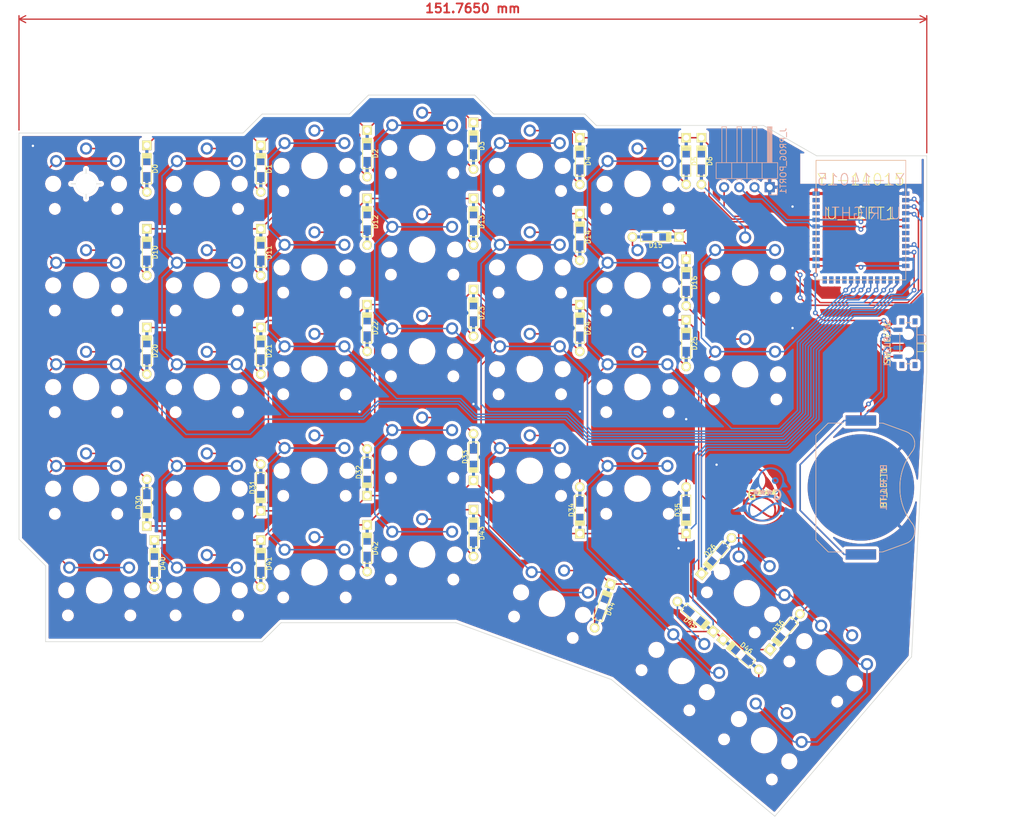
<source format=kicad_pcb>
(kicad_pcb (version 20211014) (generator pcbnew)
  (layers (0 "F.Cu" signal) (31 "B.Cu" signal) (34 "B.Paste" user) (35 "F.Paste" user) (36 "B.SilkS" user "B.Silkscreen") (37 "F.SilkS" user "F.Silkscreen") (38 "B.Mask" user) (39 "F.Mask" user) (44 "Edge.Cuts" user))
  (net 0 "")
  (net 1 "GND")
  (net 2 "VCC")
  (net 3 "Net-(D36-Pad2)")
  (net 4 "Net-(D40-Pad2)")
  (net 5 "Net-(D41-Pad2)")
  (net 6 "Net-(D42-Pad2)")
  (net 7 "Net-(D43-Pad2)")
  (net 8 "Net-(D44-Pad2)")
  (net 9 "Net-(D45-Pad2)")
  (net 10 "Net-(D46-Pad2)")
  (net 11 "Net-(BT_LEFT1-Pad1)")
  (net 12 "Net-(BT_RIGHT1-Pad1)")
  (net 13 "row0")
  (net 14 "Net-(D0-Pad2)")
  (net 15 "Net-(D1-Pad2)")
  (net 16 "Net-(D2-Pad2)")
  (net 17 "Net-(D3-Pad2)")
  (net 18 "Net-(D4-Pad2)")
  (net 19 "Net-(D5-Pad2)")
  (net 20 "Net-(D6-Pad2)")
  (net 21 "row1")
  (net 22 "Net-(D10-Pad2)")
  (net 23 "Net-(D11-Pad2)")
  (net 24 "Net-(D12-Pad2)")
  (net 25 "Net-(D13-Pad2)")
  (net 26 "Net-(D14-Pad2)")
  (net 27 "Net-(D15-Pad2)")
  (net 28 "Net-(D16-Pad2)")
  (net 29 "row2")
  (net 30 "Net-(D20-Pad2)")
  (net 31 "Net-(D21-Pad2)")
  (net 32 "Net-(D22-Pad2)")
  (net 33 "Net-(D23-Pad2)")
  (net 34 "Net-(D24-Pad2)")
  (net 35 "Net-(D25-Pad2)")
  (net 36 "Net-(D26-Pad2)")
  (net 37 "row3")
  (net 38 "Net-(D30-Pad2)")
  (net 39 "Net-(D31-Pad2)")
  (net 40 "Net-(D32-Pad2)")
  (net 41 "Net-(D33-Pad2)")
  (net 42 "Net-(D34-Pad2)")
  (net 43 "Net-(D35-Pad2)")
  (net 44 "row4")
  (net 45 "SWCLK")
  (net 46 "SWDIO")
  (net 47 "col0")
  (net 48 "col1")
  (net 49 "col2")
  (net 50 "col3")
  (net 51 "col4")
  (net 52 "col5")
  (net 53 "col6")
  (footprint "gurt-portable:Choc_PG1350_Choc_Spacing_Reversible" (layer "F.Cu") (at 146.975546 142.063808 140)
    (fp_text reference "K45" hide)
    (fp_text value "KEYSW" hide)
  )
  (footprint "gurt-portable:Choc_PG1350_Choc_Spacing_Reversible" (layer "F.Cu") (at 103.5975 105.5644 180)
    (fp_text reference "K33" hide)
    (fp_text value "KEYSW" hide)
  )
  (footprint "gurt-portable:Choc_PG1350_Choc_Spacing_Reversible" (layer "F.Cu") (at 103.5975 54.5644 180)
    (fp_text reference "K3" hide)
    (fp_text value "KEYSW" hide)
  )
  (footprint "Keebio-Parts:Diode-dual" (layer "F.Cu") (at 112.18 118.9844 90)
    (fp_text reference "D43")
    (fp_text value "D" hide)
  )
  (footprint "Keebio-Parts:Diode-dual" (layer "F.Cu") (at 129.96 69.4544 90)
    (fp_text reference "D14")
    (fp_text value "D" hide)
  )
  (footprint "gurt-portable:Choc_PG1350_Choc_Spacing_Reversible" (layer "F.Cu") (at 67.5975 77.5644 180)
    (fp_text reference "K11" hide)
    (fp_text value "KEYSW" hide)
  )
  (footprint "gurt-portable:Choc_PG1350_Choc_Spacing_Reversible" (layer "F.Cu") (at 139.5975 77.5644 180)
    (fp_text reference "K15" hide)
    (fp_text value "KEYSW" hide)
  )
  (footprint "PENGUINOX-footprints:PENGUINOX-LOGO-BOTTOM" (layer "F.Cu") (at 160.44 112.6344)
    (fp_text reference "G***")
    (fp_text value "LOGO" hide)
  )
  (footprint "gurt-portable:Choc_PG1350_Choc_Spacing_Reversible" (layer "F.Cu") (at 103.5975 88.5644 180)
    (fp_text reference "K23" hide)
    (fp_text value "KEYSW" hide)
  )
  (footprint "Keebio-Parts:Diode-dual" (layer "F.Cu") (at 147.74 56.7544 90)
    (fp_text reference "D5")
    (fp_text value "D" hide)
  )
  (footprint "Keebio-Parts:Diode-dual" (layer "F.Cu") (at 94.4 84.6744 90)
    (fp_text reference "D22")
    (fp_text value "D" hide)
  )
  (footprint "gurt-portable:Choc_PG1350_Choc_Spacing_Reversible" (layer "F.Cu") (at 103.5975 122.5644 180)
    (fp_text reference "K43" hide)
    (fp_text value "KEYSW" hide)
  )
  (footprint "Keebio-Parts:Diode-dual" (layer "F.Cu") (at 57.57 113.9044 -90)
    (fp_text reference "D30")
    (fp_text value "D" hide)
  )
  (footprint "Keebio-Parts:Diode-dual" (layer "F.Cu") (at 129.96 84.6944 90)
    (fp_text reference "D24")
    (fp_text value "D" hide)
  )
  (footprint "Keebio-Parts:Diode-dual" (layer "F.Cu") (at 76.62 111.3644 -90)
    (fp_text reference "D31")
    (fp_text value "D" hide)
  )
  (footprint "Keebio-Parts:Diode-dual" (layer "F.Cu") (at 94.4 121.5244 90)
    (fp_text reference "D42")
    (fp_text value "D" hide)
  )
  (footprint "Keebio-Parts:Diode-dual" (layer "F.Cu") (at 58.84 124.0644 90)
    (fp_text reference "D40")
    (fp_text value "D" hide)
  )
  (footprint "gurt-portable:Choc_PG1350_Choc_Spacing_Reversible" (layer "F.Cu") (at 121.5975 74.5644 180)
    (fp_text reference "K14" hide)
    (fp_text value "KEYSW" hide)
  )
  (footprint "Keebio-Parts:Diode-dual" (layer "F.Cu") (at 57.57 71.9944 90)
    (fp_text reference "D10")
    (fp_text value "D" hide)
  )
  (footprint "Keebio-Parts:Diode-dual" (layer "F.Cu") (at 112.18 54.2144 90)
    (fp_text reference "D3")
    (fp_text value "D" hide)
  )
  (footprint "Keebio-Parts:Diode-dual" (layer "F.Cu") (at 156.884 139.3044 140)
    (fp_text reference "D46")
    (fp_text value "D" hide)
  )
  (footprint "gurt-portable:Choc_PG1350_Choc_Spacing_Reversible" (layer "F.Cu") (at 47.41 60.5644 180)
    (fp_text reference "K0" hide)
    (fp_text value "KEYSW" hide)
  )
  (footprint "Keebio-Parts:Diode-dual" (layer "F.Cu") (at 129.96 115.1744 -90)
    (fp_text reference "D34")
    (fp_text value "D" hide)
  )
  (footprint "gurt-portable:BatteryHolder_Keystone_3034_1x20mm_bigger_pads" (layer "F.Cu") (at 176.95 111.3644 90)
    (fp_text reference "BT_LEFT1")
    (fp_text value "Battery_Cell")
  )
  (footprint "gurt-portable:Choc_PG1350_Choc_Spacing_Reversible" (layer "F.Cu") (at 47.41 77.5644 180)
    (fp_text reference "K10" hide)
    (fp_text value "KEYSW" hide)
  )
  (footprint "Keebio-Parts:Diode-dual" (layer "F.Cu") (at 76.62 124.0644 90)
    (fp_text reference "D41")
    (fp_text value "D" hide)
  )
  (footprint "gurt-portable:Choc_PG1350_Choc_Spacing_Reversible" (layer "F.Cu") (at 85.5975 125.5644 180)
    (fp_text reference "K42" hide)
    (fp_text value "KEYSW" hide)
  )
  (footprint "Keebio-Parts:Diode-dual" (layer "F.Cu") (at 57.57 88.5044 90)
    (fp_text reference "D20")
    (fp_text value "D" hide)
  )
  (footprint "Keebio-Parts:Diode-dual" (layer "F.Cu") (at 147.74 87.2344 90)
    (fp_text reference "D25")
    (fp_text value "D" hide)
  )
  (footprint "Keebio-Parts:Diode-dual" (layer "F.Cu") (at 150.28 56.7544 90)
    (fp_text reference "D6")
    (fp_text value "D" hide)
  )
  (footprint "gurt-portable:Choc_PG1350_Choc_Spacing_Reversible" (layer "F.Cu") (at 67.5975 60.5644 180)
    (fp_text reference "K1" hide)
    (fp_text value "KEYSW" hide)
  )
  (footprint "gurt-portable:Choc_PG1350_Choc_Spacing_Reversible" (layer "F.Cu") (at 85.5975 74.5644 180)
    (fp_text reference "K12" hide)
    (fp_text value "KEYSW" hide)
  )
  (footprint "Keebio-Parts:Diode-dual" (layer "F.Cu") (at 76.62 58.0244 90)
    (fp_text reference "D1")
    (fp_text value "D" hide)
  )
  (footprint "Keebio-Parts:Diode-dual" (layer "F.Cu") (at 142.66 69.4544)
    (fp_text reference "D15")
    (fp_text value "D" hide)
  )
  (footprint "gurt-portable:Choc_PG1350_Choc_Spacing_Reversible" (layer "F.Cu") (at 67.5975 111.5644 180)
    (fp_text reference "K31" hide)
    (fp_text value "KEYSW" hide)
  )
  (footprint "gurt-portable:Choc_PG1350_Choc_Spacing_Reversible" (layer "F.Cu") (at 157.902935 129.041052 140)
    (fp_text reference "K26" hide)
    (fp_text value "KEYSW" hide)
  )
  (footprint "Keebio-Parts:Diode-dual" (layer "F.Cu") (at 112.18 106.2844 -90)
    (fp_text reference "D33")
    (fp_text value "D" hide)
  )
  (footprint "gurt-portable:Choc_PG1350_Choc_Spacing_Reversible" (layer "F.Cu") (at 139.5975 111.5644 180)
    (fp_text reference "K35" hide)
    (fp_text value "KEYSW" hide)
  )
  (footprint "gurt-portable:Choc_PG1350_Choc_Spacing_Reversible" (layer "F.Cu") (at 67.5975 128.5644 180)
    (fp_text reference "K41" hide)
    (fp_text value "KEYSW" hide)
  )
  (footprint "Keebio-Parts:Diode-dual" (layer "F.Cu") (at 76.62 88.5044 90)
    (fp_text reference "D21")
    (fp_text value "D" hide)
  )
  (footprint "gurt-portable:Choc_PG1350_Choc_Spacing_Reversible" (layer "F.Cu") (at 121.5975 91.5644 180)
    (fp_text reference "K24" hide)
    (fp_text value "KEYSW" hide)
  )
  (footprint "gurt-portable:Choc_PG1350_Choc_Spacing_Reversible" (layer "F.Cu") (at 47.41 94.5644 180)
    (fp_text reference "K20" hide)
    (fp_text value "KEYSW" hide)
  )
  (footprint "Keebio-Parts:Diode-dual" (layer "F.Cu") (at 147.74 115.1744 -90)
    (fp_text reference "D35")
    (fp_text value "D" hide)
  )
  (footprint "gurt-portable:Choc_PG1350_Choc_Spacing_Reversible" (layer "F.Cu") (at 85.5975 57.5644 180)
    (fp_text reference "K2" hide)
    (fp_text value "KEYSW" hide)
  )
  (footprint "Keebio-Parts:Diode-dual" (layer "F.Cu") (at 149.264 132.9544 -40)
    (fp_text reference "D45")
    (fp_text value "D" hide)
  )
  (footprint "gurt-portable:Choc_PG1350_Choc_Spacing_Reversible" (layer "F.Cu") (at 157.5975 75.4394 180)
    (fp_text reference "K6" hide)
    (fp_text value "KEYSW" hide)
  )
  (footprint "gurt-portable:Choc_PG1350_Choc_Spacing_Reversible" (layer "F.Cu") (at 67.5975 94.5644 180)
    (fp_text reference "K21" hide)
    (fp_text value "KEYSW" hide)
  )
  (footprint "gurt-portable:Choc_PG1350_Choc_Spacing_Reversible" (layer "F.Cu") (at 121.5975 108.5644 180)
    (fp_text reference "K34" hide)
    (fp_text value "KEYSW" hide)
  )
  (footprint "Keebio-Parts:Diode-dual" (layer "F.Cu") (at 94.4 108.8244 -90)
    (fp_text reference "D32")
    (fp_text value "D" hide)
  )
  (footprint "Button_Switch_SMD:SW_SPDT_PCM12" (layer "F.Cu") (at 184.57 87.2344 90)
    (fp_text reference "SW_LEFT1")
    (fp_text value "SW_SPDT")
  )
  (footprint "Keebio-Parts:Diode-dual" (layer "F.Cu") (at 94.4 66.9144 90)
    (fp_text reference "D12")
    (fp_text value "D" hide)
  )
  (footprint "Keebio-Parts:Diode-dual" (layer "F.Cu") (at 94.4 55.4844 90)
    (fp_text reference "D2")
    (fp_text value "D" hide)
  )
  (footprint "Keebio-Parts:Diode-dual" (layer "F.Cu") (at 129.96 56.7544 90)
    (fp_text reference "D4")
    (fp_text value "D" hide)
  )
  (footprint "Keebio-Parts:Diode-dual" (layer "F.Cu") (at 112.18 66.9144 90)
    (fp_text reference "D13")
    (fp_text value "D" hide)
  )
  (footprint "gurt-portable:Choc_PG1350_Choc_Spacing_Reversible" (layer "F.Cu") (at 85.5975 108.5644 180)
    (fp_text reference "K32" hide)
    (fp_text value "KEYSW" hide)
  )
  (footprint "gurt-portable:Choc_PG1350_Choc_Spacing_Reversible" (layer "F.Cu") (at 121.5975 57.5644 180)
    (fp_text reference "K4" hide)
    (fp_text value "KEYSW" hide)
  )
  (footprint "gurt-portable:Choc_PG1350_Choc_Spacing_Reversible" (layer "F.Cu") (at 47.41 111.5644 180)
    (fp_text reference "K30" hide)
    (fp_text value "KEYSW" hide)
  )
  (footprint "Keebio-Parts:Diode-dual" (layer "F.Cu") (at 147.74 77.0744 90)
    (fp_text reference "D16")
    (fp_text value "D" hide)
  )
  (footprint "gurt-portable:YJ-14015" (layer "F.Cu") (at 176.95 76.63966)
    (fp_text reference "U_LEFT1")
    (fp_text value "YJ-14015")
  )
  (footprint "gurt-portable:Choc_PG1350_Choc_Spacing_Reversible" (layer "F.Cu") (at 139.5975 94.5644 180)
    (fp_text reference "K25" hide)
    (fp_text value "KEYSW" hide)
  )
  (footprint "gurt-portable:Choc_PG1350_Choc_Spacing_Reversible" (layer "F.Cu") (at 171.691735 140.611229 140)
    (fp_text reference "K36" hide)
    (fp_text value "KEYSW" hide)
  )
  (footprint "gurt-portable:Choc_PG1350_Choc_Spacing_Reversible" (layer "F.Cu") (at 139.5975 60.5644 180)
    (fp_text reference "K5" hide)
    (fp_text value "KEYSW" hide)
  )
  (footprint "gurt-portable:Choc_PG1350_Choc_Spacing_Reversible" (layer "F.Cu") (at 157.5975 92.4394 180)
    (fp_text reference "K16" hide)
    (fp_text value "KEYSW" hide)
  )
  (footprint "gurt-portable:Choc_PG1350_Choc_Spacing_Reversible" (layer "F.Cu") (at 103.5975 71.5644 180)
    (fp_text reference "K13" hide)
    (fp_text value "KEYSW" hide)
  )
  (footprint "PENGUINOX-footprints:PENGUINOX-LOGO-FRONT" (layer "F.Cu") (at 160.44 112.6344)
    (fp_text reference "G***")
    (fp_text value "LOGO" hide)
  )
  (footprint "Keebio-Parts:Diode-dual" (layer "F.Cu") (at 57.57 58.0244 90)
    (fp_text reference "D0")
    (fp_text value "D" hide)
  )
  (footprint "Keebio-Parts:Diode-dual" (layer "F.Cu") (at 164.25 135.4944 -130)
    (fp_text reference "D36")
    (fp_text value "D" hide)
  )
  (footprint "Keebio-Parts:Diode-dual" (layer "F.Cu") (at 152.82 122.7944 -130)
    (fp_text reference "D26")
    (fp_text value "D" hide)
  )
  (footprint "gurt-portable:Choc_PG1350_Choc_Spacing_Reversible" (layer "F.Cu") (at 125.307184 130.799454 160)
    (fp_text reference "K44" hide)
    (fp_text value "KEYSW" hide)
  )
  (footprint "Keebio-Parts:Diode-dual" (layer "F.Cu") (at 112.18 82.1544 90)
    (fp_text reference "D23")
    (fp_text value "D" hide)
  )
  (footprint "Keebio-Parts:Diode-dual" (layer "F.Cu") (at 76.62 71.9944 90)
    (fp_text reference "D11")
    (fp_text value "D" hide)
  )
  (footprint "gurt-portable:Choc_PG1350_Choc_Spacing_Reversible" (layer "F.Cu") (at 49.5975 128.5644 180)
    (fp_text reference "K40" hide)
    (fp_text value "KEYSW" hide)
  )
  (footprint "Keebio-Parts:Diode-dual" (layer "F.Cu") (at 133.77 131.1764 70)
    (fp_text reference "D44")
    (fp_text value "D" hide)
  )
  (footprint "gurt-portable:Choc_PG1350_Choc_Spacing_Reversible" (layer "F.Cu") (at 160.764346 153.633985 140)
    (fp_text reference "K46" hide)
    (fp_text value "KEYSW" hide)
  )
  (footprint "gurt-portable:Choc_PG1350_Choc_Spacing_Reversible" (layer "F.Cu") (at 85.5975 91.5644 180)
    (fp_text reference "K22" hide)
    (fp_text value "KEYSW" hide)
  )
  (footprint "gurt-portable:BatteryHolder_Keystone_3034_1x20mm_bigger_pads" (layer "B.Cu") (at 176.95 111.3644 -90)
    (fp_text reference "BT_RIGHT1")
    (fp_text value "Battery_Cell")
  )
  (footprint "Connector_PinHeader_2.54mm:PinHeader_1x04_P2.54mm_Horizontal" (layer "B.Cu") (at 161.7 61.1294 90)
    (fp_text reference "J_PROG_PORT1")
    (fp_text value "Conn_01x04_Male")
  )
  (footprint "Button_Switch_SMD:SW_SPDT_PCM12" (layer "B.Cu") (at 184.57 87.2344 -90)
    (fp_text reference "SW_RIGHT1")
    (fp_text value "SW_SPDT")
  )
  (footprint "gurt-portable:YJ-14015" (layer "B.Cu") (at 176.95 76.63966 180)
    (fp_text reference "U_RIGHT1")
    (fp_text value "YJ-14015")
  )
  (gr_line (start 115.57 48.895) (end 112.395 45.72) (layer "Edge.Cuts") (width 0.1))
  (gr_line (start 132.715 50.8) (end 130.81 48.895) (layer "Edge.Cuts") (width 0.1))
  (gr_line (start 160.655 50.8) (end 132.715 50.8) (layer "Edge.Cuts") (width 0.1))
  (gr_line (start 94.615 45.72) (end 91.44 48.895) (layer "Edge.Cuts") (width 0.1))
  (gr_line (start 91.44 48.895) (end 76.835 48.895) (layer "Edge.Cuts") (width 0.1))
  (gr_line (start 169.545 55.88) (end 160.655 50.8) (layer "Edge.Cuts") (width 0.1))
  (gr_line (start 40.64 124.46) (end 40.64 137.16) (layer "Edge.Cuts") (width 0.1))
  (gr_line (start 162.56 166.37) (end 185.42 139.7) (layer "Edge.Cuts") (width 0.1))
  (gr_line (start 73.66 52.07) (end 36.195 52.07) (layer "Edge.Cuts") (width 0.1))
  (gr_line (start 130.81 48.895) (end 115.57 48.895) (layer "Edge.Cuts") (width 0.1))
  (gr_line (start 185.42 139.7) (end 187.96 92.075) (layer "Edge.Cuts") (width 0.1))
  (gr_line (start 112.395 45.72) (end 94.615 45.72) (layer "Edge.Cuts") (width 0.1))
  (gr_line (start 187.96 55.88) (end 169.545 55.88) (layer "Edge.Cuts") (width 0.1))
  (gr_line (start 36.195 52.07) (end 36.195 120.015) (layer "Edge.Cuts") (width 0.1))
  (gr_line (start 36.195 120.015) (end 40.64 124.46) (layer "Edge.Cuts") (width 0.1))
  (gr_line (start 187.96 92.075) (end 187.96 55.88) (layer "Edge.Cuts") (width 0.1))
  (gr_line (start 76.835 137.16) (end 80.01 133.985) (layer "Edge.Cuts") (width 0.1))
  (gr_line (start 76.835 48.895) (end 73.66 52.07) (layer "Edge.Cuts") (width 0.1))
  (gr_line (start 80.01 133.985) (end 109.22 133.985) (layer "Edge.Cuts") (width 0.1))
  (gr_line (start 40.64 137.16) (end 76.835 137.16) (layer "Edge.Cuts") (width 0.1))
  (gr_line (start 109.22 133.985) (end 135.255 143.51) (layer "Edge.Cuts") (width 0.1))
  (gr_line (start 135.255 143.51) (end 162.56 166.37) (layer "Edge.Cuts") (width 0.1))
  (dimension (type orthogonal) (layer "F.Cu") (pts (xy 36.195 52.07) (xy 187.96 55.88)) (height -19.05) (orientation 0) (gr_text "151,7650 мм" (at 112.0775 31.22) (layer "F.Cu") (effects (font (size 1.5 1.5) (thickness 0.3)))) (format (units 3) (units_format 1) (precision 4)) (style (thickness 0.2) (arrow_length 1.27) (text_position_mode 0) (extension_height 0.58642) (extension_offset 0.5) keep_text_aligned))
  (target plus (at 47.41 60.5644) (size 5) (width 0.1) (layer "Edge.Cuts"))
  (via (at 112.18 97.3944) (size 0.8) (drill 0.4) (layers "F.Cu" "B.Cu") (net 1))
  (via (at 93.13 98.6644) (size 0.8) (drill 0.4) (layers "F.Cu" "B.Cu") (net 1))
  (via (at 147.74 99.9344) (size 0.8) (drill 0.4) (layers "F.Cu" "B.Cu") (net 1))
  (via (at 38.52 54.2144) (size 0.8) (drill 0.4) (layers "F.Cu" "B.Cu") (net 1))
  (via (at 165.52 64.3744) (size 0.8) (drill 0.4) (layers "F.Cu" "B.Cu") (net 1))
  (via (at 152.82 107.5544) (size 0.8) (drill 0.4) (layers "F.Cu" "B.Cu") (net 1))
  (via (at 176.95 64.3744) (size 0.8) (drill 0.4) (layers "F.Cu" "B.Cu") (net 1))
  (via (at 129.96 98.6644) (size 0.8) (drill 0.4) (layers "F.Cu" "B.Cu") (net 1))
  (via (at 165.52 84.6944) (size 0.8) (drill 0.4) (layers "F.Cu" "B.Cu") (net 1))
  (via (at 146.47 121.5244) (size 0.8) (drill 0.4) (layers "F.Cu" "B.Cu") (net 1))
  (segment (start 179.49 87.2344) (end 181.74 89.4844) (width 0.25) (layer "F.Cu") (net 2))
  (segment (start 181.74 89.4844) (end 183.14 89.4844) (width 0.25) (layer "F.Cu") (net 2))
  (segment (start 154.08 64.490004) (end 154.08 61.1294) (width 0.25) (layer "F.Cu") (net 2))
  (segment (start 180.76 83.4244) (end 179.49 84.6944) (width 0.25) (layer "F.Cu") (net 2))
  (segment (start 166.42 70.351608) (end 162.082792 66.0144) (width 0.25) (layer "F.Cu") (net 2))
  (segment (start 170.6 83.4244) (end 169.33 82.1544) (width 0.25) (layer "F.Cu") (net 2))
  (segment (start 169.33 75.8044) (end 169.45192 75.68248) (width 0.25) (layer "F.Cu") (net 2))
  (segment (start 166.42 74.1644) (end 166.42 70.351608) (width 0.25) (layer "F.Cu") (net 2))
  (segment (start 162.082792 66.0144) (end 155.604396 66.0144) (width 0.25) (layer "F.Cu") (net 2))
  (segment (start 168.06 75.8044) (end 166.42 74.1644) (width 0.25) (layer "F.Cu") (net 2))
  (segment (start 176.95 74.5344) (end 176.70576 74.29016) (width 0.25) (layer "F.Cu") (net 2))
  (segment (start 180.76 83.4244) (end 170.6 83.4244) (width 0.25) (layer "F.Cu") (net 2))
  (segment (start 169.33 75.8044) (end 168.06 75.8044) (width 0.25) (layer "F.Cu") (net 2))
  (segment (start 176.70576 74.29016) (end 169.45192 74.29016) (width 0.25) (layer "F.Cu") (net 2))
  (segment (start 179.49 84.6944) (end 179.49 87.2344) (width 0.25) (layer "F.Cu") (net 2))
  (segment (start 169.45192 75.68248) (end 169.45192 74.29016) (width 0.25) (layer "F.Cu") (net 2))
  (segment (start 155.604396 66.0144) (end 154.08 64.490004) (width 0.25) (layer "F.Cu") (net 2))
  (via (at 169.33 75.8044) (size 0.8) (drill 0.4) (layers "F.Cu" "B.Cu") (net 2))
  (via (at 176.95 74.5344) (size 0.8) (drill 0.4) (layers "F.Cu" "B.Cu") (net 2))
  (via (at 169.33 82.1544) (size 0.8) (drill 0.4) (layers "F.Cu" "B.Cu") (net 2))
  (via (at 180.76 83.4244) (size 0.8) (drill 0.4) (layers "F.Cu" "B.Cu") (net 2))
  (segment (start 182.32 84.9844) (end 183.14 84.9844) (width 0.25) (layer "B.Cu") (net 2))
  (segment (start 177.19424 74.29016) (end 184.44808 74.29016) (width 0.25) (layer "B.Cu") (net 2))
  (segment (start 180.76 83.4244) (end 182.32 84.9844) (width 0.25) (layer "B.Cu") (net 2))
  (segment (start 176.95 74.5344) (end 177.19424 74.29016) (width 0.25) (layer "B.Cu") (net 2))
  (segment (start 169.33 82.1544) (end 169.33 75.8044) (width 0.25) (layer "B.Cu") (net 2))
  (segment (start 166.756872 132.506827) (end 168.849299 130.4144) (width 0.25) (layer "F.Cu") (net 3))
  (segment (start 169.807015 130.4144) (end 175.484182 136.091567) (width 0.25) (layer "F.Cu") (net 3))
  (segment (start 168.849299 130.4144) (end 169.807015 130.4144) (width 0.25) (layer "F.Cu") (net 3))
  (segment (start 56.805 122.6644) (end 57.57 123.4294) (width 0.25) (layer "F.Cu") (net 4))
  (segment (start 57.57 126.6944) (end 58.84 127.9644) (width 0.25) (layer "F.Cu") (net 4))
  (segment (start 57.57 123.4294) (end 57.57 126.6944) (width 0.25) (layer "F.Cu") (net 4))
  (segment (start 49.5975 122.6644) (end 56.805 122.6644) (width 0.25) (layer "F.Cu") (net 4))
  (segment (start 75.35 126.6944) (end 76.62 127.9644) (width 0.25) (layer "F.Cu") (net 5))
  (segment (start 74.44198 122.6644) (end 75.35 123.57242) (width 0.25) (layer "F.Cu") (net 5))
  (segment (start 67.5975 122.6644) (end 74.44198 122.6644) (width 0.25) (layer "F.Cu") (net 5))
  (segment (start 75.35 123.57242) (end 75.35 126.6944) (width 0.25) (layer "F.Cu") (net 5))
  (segment (start 93.13 120.2344) (end 92.56 119.6644) (width 0.25) (layer "F.Cu") (net 6))
  (segment (start 93.13 120.2344) (end 93.13 124.1544) (width 0.25) (layer "F.Cu") (net 6))
  (segment (start 93.13 124.1544) (end 94.4 125.4244) (width 0.25) (layer "F.Cu") (net 6))
  (segment (start 92.56 119.6644) (end 85.5975 119.6644) (width 0.25) (layer "F.Cu") (net 6))
  (segment (start 103.5975 116.6644) (end 109.86 116.6644) (width 0.25) (layer "F.Cu") (net 7))
  (segment (start 110.91 117.7144) (end 110.91 121.6144) (width 0.25) (layer "F.Cu") (net 7))
  (segment (start 110.91 121.6144) (end 112.18 122.8844) (width 0.25) (layer "F.Cu") (net 7))
  (segment (start 109.86 116.6644) (end 110.91 117.7144) (width 0.25) (layer "F.Cu") (net 7))
  (segment (start 130.818727 125.255268) (end 132.716963 127.153504) (width 0.25) (layer "F.Cu") (net 8))
  (segment (start 127.325103 125.255268) (end 130.818727 125.255268) (width 0.25) (layer "F.Cu") (net 8))
  (segment (start 132.716963 127.153504) (end 132.716963 129.810481) (width 0.25) (layer "F.Cu") (net 8))
  (segment (start 132.436121 130.091323) (end 132.436121 134.841201) (width 0.25) (layer "F.Cu") (net 8))
  (segment (start 132.716963 129.810481) (end 132.436121 130.091323) (width 0.25) (layer "F.Cu") (net 8))
  (segment (start 150.767993 137.544146) (end 146.276427 133.05258) (width 0.25) (layer "B.Cu") (net 9))
  (segment (start 146.276427 133.05258) (end 146.276427 130.447528) (width 0.25) (layer "B.Cu") (net 9))
  (segment (start 159.871573 144.429103) (end 164.556793 149.114323) (width 0.25) (layer "F.Cu") (net 10))
  (segment (start 159.871573 141.811272) (end 159.871573 144.429103) (width 0.25) (layer "F.Cu") (net 10))
  (segment (start 166.79 115.1944) (end 166.79 107.5269) (width 0.25) (layer "F.Cu") (net 11))
  (segment (start 176.95 122.5644) (end 174.16 122.5644) (width 0.25) (layer "F.Cu") (net 11))
  (segment (start 181.28 86.4844) (end 183.14 86.4844) (width 0.25) (layer "F.Cu") (net 11))
  (segment (start 176.95 98.6644) (end 178.22 97.3944) (width 0.25) (layer "F.Cu") (net 11))
  (segment (start 174.16 100.1569) (end 176.95 100.1569) (width 0.25) (layer "F.Cu") (net 11))
  (segment (start 176.95 100.1569) (end 176.95 98.6644) (width 0.25) (layer "F.Cu") (net 11))
  (segment (start 166.79 107.5269) (end 174.16 100.1569) (width 0.25) (layer "F.Cu") (net 11))
  (segment (start 174.16 122.5644) (end 166.79 115.1944) (width 0.25) (layer "F.Cu") (net 11))
  (segment (start 180.76 85.9644) (end 181.28 86.4844) (width 0.25) (layer "F.Cu") (net 11))
  (via (at 180.76 85.9644) (size 0.8) (drill 0.4) (layers "F.Cu" "B.Cu") (net 11))
  (via (at 178.22 97.3944) (size 0.8) (drill 0.4) (layers "F.Cu" "B.Cu") (net 11))
  (segment (start 180.31 86.4144) (end 180.76 85.9644) (width 0.25) (layer "B.Cu") (net 11))
  (segment (start 178.22 97.3944) (end 180.31 95.3044) (width 0.25) (layer "B.Cu") (net 11))
  (segment (start 180.31 95.3044) (end 180.31 86.4144) (width 0.25) (layer "B.Cu") (net 11))
  (segment (start 176.95 99.9344) (end 180.76 96.1244) (width 0.25) (layer "B.Cu") (net 12))
  (segment (start 176.95 122.5719) (end 174.16 122.5719) (width 0.25) (layer "B.Cu") (net 12))
  (segment (start 174.18 100.1644) (end 176.95 100.1644) (width 0.25) (layer "B.Cu") (net 12))
  (segment (start 180.76 96.1244) (end 180.76 88.5044) (width 0.25) (layer "B.Cu") (net 12))
  (segment (start 181.28 87.9844) (end 183.14 87.9844) (width 0.25) (layer "B.Cu") (net 12))
  (segment (start 166.79 107.5544) (end 174.18 100.1644) (width 0.25) (layer "B.Cu") (net 12))
  (segment (start 176.95 100.1644) (end 176.95 99.9344) (width 0.25) (layer "B.Cu") (net 12))
  (segment (start 174.16 122.5719) (end 166.79 115.2019) (width 0.25) (layer "B.Cu") (net 12))
  (segment (start 180.76 88.5044) (end 181.28 87.9844) (width 0.25) (layer "B.Cu") (net 12))
  (segment (start 166.79 115.2019) (end 166.79 107.5544) (width 0.25) (layer "B.Cu") (net 12))
  (segment (start 58.73 52.9644) (end 75.46 52.9644) (width 0.25) (layer "F.Cu") (net 13))
  (segment (start 151.55 54.1244) (end 150.28 52.8544) (width 0.25) (layer "F.Cu") (net 13))
  (segment (start 185.65244 63.29196) (end 185.84 63.1044) (width 0.25) (layer "F.Cu") (net 13))
  (segment (start 184.44808 63.29196) (end 185.65244 63.29196) (width 0.25) (layer "F.Cu") (net 13))
  (segment (start 127.002 49.8964) (end 129.96 52.8544) (width 0.25) (layer "F.Cu") (net 13))
  (segment (start 187.11 78.736101) (end 187.11 64.3744) (width 0.25) (layer "F.Cu") (net 13))
  (segment (start 99.39 46.5944) (end 108.46 46.5944) (width 0.25) (layer "F.Cu") (net 13))
  (segment (start 92.712 49.8964) (end 94.4 51.5844) (width 0.25) (layer "F.Cu") (net 13))
  (segment (start 165.97 74.9844) (end 165.97 70.538004) (width 0.25) (layer "F.Cu") (net 13))
  (segment (start 108.46 46.5944) (end 112.18 50.3144) (width 0.25) (layer "F.Cu") (net 13))
  (segment (start 166.79 75.8044) (end 165.97 74.9844) (width 0.25) (layer "F.Cu") (net 13))
  (segment (start 57.57 54.1244) (end 58.73 52.9644) (width 0.25) (layer "F.Cu") (net 13))
  (segment (start 165.97 70.538004) (end 161.896396 66.4644) (width 0.25) (layer "F.Cu") (net 13))
  (segment (start 168.06 80.8844) (end 184.961701 80.8844) (width 0.25) (layer "F.Cu") (net 13))
  (segment (start 161.896396 66.4644) (end 155.418 66.4644) (width 0.25) (layer "F.Cu") (net 13))
  (segment (start 166.79 79.6144) (end 168.06 80.8844) (width 0.25) (layer "F.Cu") (net 13))
  (segment (start 94.4 51.5844) (end 99.39 46.5944) (width 0.25) (layer "F.Cu") (net 13))
  (segment (start 112.18 50.3144) (end 112.598 49.8964) (width 0.25) (layer "F.Cu") (net 13))
  (segment (start 187.11 64.3744) (end 185.84 63.1044) (width 0.25) (layer "F.Cu") (net 13))
  (segment (start 80.848 49.8964) (end 92.712 49.8964) (width 0.25) (layer "F.Cu") (net 13))
  (segment (start 155.418 66.4644) (end 151.55 62.5964) (width 0.25) (layer "F.Cu") (net 13))
  (segment (start 112.18 52.450439) (end 112.18 52.9244) (width 0.25) (layer "F.Cu") (net 13))
  (segment (start 129.96 55.230439) (end 129.96 55.4644) (width 0.25) (layer "F.Cu") (net 13))
  (segment (start 75.46 52.9644) (end 76.62 54.1244) (width 0.25) (layer "F.Cu") (net 13))
  (segment (start 184.961701 80.8844) (end 187.11 78.736101) (width 0.25) (layer "F.Cu") (net 13))
  (segment (start 112.598 49.8964) (end 127.002 49.8964) (width 0.25) (layer "F.Cu") (net 13))
  (segment (start 129.96 52.8544) (end 150.28 52.8544) (width 0.25) (layer "F.Cu") (net 13))
  (segment (start 151.55 62.5964) (end 151.55 54.1244) (width 0.25) (layer "F.Cu") (net 13))
  (segment (start 76.62 54.1244) (end 80.848 49.8964) (width 0.25) (layer "F.Cu") (net 13))
  (via (at 166.79 79.6144) (size 0.8) (drill 0.4) (layers "F.Cu" "B.Cu") (net 13))
  (via (at 185.84 63.1044) (size 0.8) (drill 0.4) (layers "F.Cu" "B.Cu") (net 13))
  (via (at 166.79 75.8044) (size 0.8) (drill 0.4) (layers "F.Cu" "B.Cu") (net 13))
  (segment (start 185.65244 63.29196) (end 185.84 63.1044) (width 0.25) (layer "B.Cu") (net 13))
  (segment (start 166.79 79.6144) (end 166.79 75.8044) (width 0.25) (layer "B.Cu") (net 13))
  (segment (start 184.44808 63.29196) (end 185.65244 63.29196) (width 0.25) (layer "B.Cu") (net 13))
  (segment (start 47.41 54.6644) (end 55.5725 54.6644) (width 0.25) (layer "F.Cu") (net 14))
  (segment (start 56.3 55.3919) (end 56.3 60.6544) (width 0.25) (layer "F.Cu") (net 14))
  (segment (start 56.3 60.6544) (end 57.57 61.9244) (width 0.25) (layer "F.Cu") (net 14))
  (segment (start 55.5725 54.6644) (end 56.3 55.3919) (width 0.25) (layer "F.Cu") (net 14))
  (segment (start 75.35 55.4844) (end 75.35 60.6544) (width 0.25) (layer "F.Cu") (net 15))
  (segment (start 74.53 54.6644) (end 75.35 55.4844) (width 0.25) (layer "F.Cu") (net 15))
  (segment (start 67.5975 54.6644) (end 74.53 54.6644) (width 0.25) (layer "F.Cu") (net 15))
  (segment (start 75.35 60.6544) (end 76.62 61.9244) (width 0.25) (layer "F.Cu") (net 15))
  (segment (start 85.5975 51.6644) (end 92.485 51.6644) (width 0.25) (layer "F.Cu") (net 16))
  (segment (start 93.13 58.1144) (end 94.4 59.3844) (width 0.25) (layer "F.Cu") (net 16))
  (segment (start 92.485 51.6644) (end 93.13 52.3094) (width 0.25) (layer "F.Cu") (net 16))
  (segment (start 93.13 52.3094) (end 93.13 58.1144) (width 0.25) (layer "F.Cu") (net 16))
  (segment (start 103.5975 48.6644) (end 109.893604 48.6644) (width 0.25) (layer "F.Cu") (net 17))
  (segment (start 110.91 56.8444) (end 112.18 58.1144) (width 0.25) (layer "F.Cu") (net 17))
  (segment (start 109.893604 48.6644) (end 110.91 49.680796) (width 0.25) (layer "F.Cu") (net 17))
  (segment (start 110.91 49.680796) (end 110.91 56.8444) (width 0.25) (layer "F.Cu") (net 17))
  (segment (start 128.69 59.3844) (end 129.96 60.6544) (width 0.25) (layer "F.Cu") (net 18))
  (segment (start 128.133604 51.6644) (end 128.69 52.220796) (width 0.25) (layer "F.Cu") (net 18))
  (segment (start 128.69 52.220796) (end 128.69 59.3844) (width 0.25) (layer "F.Cu") (net 18))
  (segment (start 121.5975 51.6644) (end 128.133604 51.6644) (width 0.25) (layer "F.Cu") (net 18))
  (segment (start 146.47 59.3844) (end 147.74 60.6544) (width 0.25) (layer "F.Cu") (net 19))
  (segment (start 146.47 55.4844) (end 146.47 59.3844) (width 0.25) (layer "F.Cu") (net 19))
  (segment (start 139.5975 54.6644) (end 145.65 54.6644) (width 0.25) (layer "F.Cu") (net 19))
  (segment (start 145.65 54.6644) (end 146.47 55.4844) (width 0.25) (layer "F.Cu") (net 19))
  (segment (start 157.5975 67.9719) (end 150.28 60.6544) (width 0.25) (layer "B.Cu") (net 20))
  (segment (start 157.5975 69.5394) (end 157.5975 67.9719) (width 0.25) (layer "B.Cu") (net 20))
  (segment (start 146.56 69.4544) (end 145.29 68.1844) (width 0.25) (layer "F.Cu") (net 21))
  (segment (start 147.74 70.6344) (end 146.56 69.4544) (width 0.25) (layer "F.Cu") (net 21))
  (segment (start 161.71 66.9144) (end 165.52 70.7244) (width 0.25) (layer "F.Cu") (net 21))
  (segment (start 186.565 78.644705) (end 186.565 65.0994) (width 0.25) (layer "F.Cu") (net 21))
  (segment (start 79.07 65.6444) (end 76.62 68.0944) (width 0.25) (layer "F.Cu") (net 21))
  (segment (start 149.1 66.9144) (end 161.71 66.9144) (width 0.25) (layer "F.Cu") (net 21))
  (segment (start 91.77 65.6444) (end 79.07 65.6444) (width 0.25) (layer "F.Cu") (net 21))
  (segment (start 170.15 80.4344) (end 184.775305 80.4344) (width 0.25) (layer "F.Cu") (net 21))
  (segment (start 145.29 68.1844) (end 132.59 68.1844) (width 0.25) (layer "F.Cu") (net 21))
  (segment (start 165.52 70.7244) (end 165.52 75.8044) (width 0.25) (layer "F.Cu") (net 21))
  (segment (start 76.62 68.0944) (end 57.57 68.0944) (width 0.25) (layer "F.Cu") (net 21))
  (segment (start 132.59 68.1844) (end 129.96 65.5544) (width 0.25) (layer "F.Cu") (net 21))
  (segment (start 112.18 63.0144) (end 94.4 63.0144) (width 0.25) (layer "F.Cu") (net 21))
  (segment (start 94.4 63.0144) (end 91.77 65.6444) (width 0.25) (layer "F.Cu") (net 21))
  (segment (start 185.82262 64.39178) (end 185.84 64.3744) (width 0.25) (layer "F.Cu") (net 21))
  (segment (start 114.72 65.5544) (end 129.96 65.5544) (width 0.25) (layer "F.Cu") (net 21))
  (segment (start 112.18 63.0144) (end 114.72 65.5544) (width 0.25) (layer "F.Cu") (net 21))
  (segment (start 184.44808 64.39178) (end 185.82262 64.39178) (width 0.25) (layer "F.Cu") (net 21))
  (segment (start 184.775305 80.4344) (end 186.565 78.644705) (width 0.25) (layer "F.Cu") (net 21))
  (segment (start 146.56 69.4544) (end 149.1 66.9144) (width 0.25) (layer "F.Cu") (net 21))
  (segment (start 165.52 75.8044) (end 170.15 80.4344) (width 0.25) (layer "F.Cu") (net 21))
  (segment (start 147.74 73.1744) (end 147.74 70.6344) (width 0.25) (layer "F.Cu") (net 21))
  (segment (start 186.565 65.0994) (end 185.84 64.3744) (width 0.25) (layer "F.Cu") (net 21))
  (via (at 185.84 64.3744) (size 0.8) (drill 0.4) (layers "F.Cu" "B.Cu") (net 21))
  (segment (start 184.44808 64.39178) (end 185.82262 64.39178) (width 0.25) (layer "B.Cu") (net 21))
  (segment (start 185.82262 64.39178) (end 185.84 64.3744) (width 0.25) (layer "B.Cu") (net 21))
  (segment (start 55.6525 71.6644) (end 47.41 71.6644) (width 0.25) (layer "F.Cu") (net 22))
  (segment (start 56.3 72.3119) (end 55.6525 71.6644) (width 0.25) (layer "F.Cu") (net 22))
  (segment (start 56.3 74.6244) (end 56.3 72.3119) (width 0.25) (layer "F.Cu") (net 22))
  (segment (start 57.57 75.8944) (end 56.3 74.6244) (width 0.25) (layer "F.Cu") (net 22))
  (segment (start 75.35 74.6244) (end 76.62 75.8944) (width 0.25) (layer "F.Cu") (net 23))
  (segment (start 75.02 71.6644) (end 75.35 71.9944) (width 0.25) (layer "F.Cu") (net 23))
  (segment (start 75.35 71.9944) (end 75.35 74.6244) (width 0.25) (layer "F.Cu") (net 23))
  (segment (start 67.5975 71.6644) (end 75.02 71.6644) (width 0.25) (layer "F.Cu") (net 23))
  (segment (start 85.5975 68.6644) (end 94.05 68.6644) (width 0.25) (layer "F.Cu") (net 24))
  (segment (start 94.05 68.6644) (end 94.4 68.3144) (width 0.25) (layer "F.Cu") (net 24))
  (segment (start 103.6375 65.6244) (end 103.5975 65.6644) (width 0.25) (layer "F.Cu") (net 25))
  (segment (start 110.91 66.2794) (end 110.91 69.5444) (width 0.25) (layer "F.Cu") (net 25))
  (segment (start 110.295 65.6644) (end 110.91 66.2794) (width 0.25) (layer "F.Cu") (net 25))
  (segment (start 110.91 69.5444) (end 112.18 70.8144) (width 0.25) (layer "F.Cu") (net 25))
  (segment (start 103.5975 65.6644) (end 110.295 65.6644) (width 0.25) (layer "F.Cu") (net 25))
  (segment (start 127.9 68.6644) (end 128.69 69.4544) (width 0.25) (layer "F.Cu") (net 26))
  (segment (start 121.5975 68.6644) (end 127.9 68.6644) (width 0.25) (layer "F.Cu") (net 26))
  (segment (start 128.69 69.4544) (end 128.69 72.0844) (width 0.25) (layer "F.Cu") (net 26))
  (segment (start 128.69 72.0844) (end 129.96 73.3544) (width 0.25) (layer "F.Cu") (net 26))
  (segment (start 138.76 70.8269) (end 138.76 69.4544) (width 0.25) (layer "F.Cu") (net 27))
  (segment (start 139.5975 71.6644) (end 138.76 70.8269) (width 0.25) (layer "F.Cu") (net 27))
  (segment (start 147.74 80.9744) (end 153.305 86.5394) (width 0.25) (layer "F.Cu") (net 28))
  (segment (start 153.305 86.5394) (end 157.5975 86.5394) (width 0.25) (layer "F.Cu") (net 28))
  (segment (start 112.18 78.2544) (end 114.72 80.7944) (width 0.25) (layer "F.Cu") (net 29))
  (segment (start 114.72 80.7944) (end 129.96 80.7944) (width 0.25) (layer "F.Cu") (net 29))
  (segment (start 184.44808 65.4916) (end 185.6872 65.4916) (width 0.25) (layer "F.Cu") (net 29))
  (segment (start 91.75 83.4244) (end 77.8 83.4244) (width 0.25) (layer "F.Cu") (net 29))
  (segment (start 77.8 83.4244) (end 76.62 84.6044) (width 0.25) (layer "F.Cu") (net 29))
  (segment (start 149.83 125.298845) (end 150.313128 125.781973) (width 0.25) (layer "F.Cu") (net 29))
  (segment (start 147.74 83.3344) (end 132.5 83.3344) (width 0.25) (layer "F.Cu") (net 29))
  (segment (start 185.6872 65.4916) (end 185.84 65.6444) (width 0.25) (layer "F.Cu") (net 29))
  (segment (start 132.5 83.3344) (end 129.96 80.7944) (width 0.25) (layer "F.Cu") (net 29))
  (segment (start 109.66 80.7744) (end 94.4 80.7744) (width 0.25) (layer "F.Cu") (net 29))
  (segment (start 76.62 84.6044) (end 57.57 84.6044) (width 0.25) (layer "F.Cu") (net 29))
  (segment (start 149.83 85.4244) (end 149.83 125.298845) (width 0.25) (layer "F.Cu") (net 29))
  (segment (start 112.18 78.2544) (end 109.66 80.7744) (width 0.25) (layer "F.Cu") (net 29))
  (segment (start 147.74 83.3344) (end 149.83 85.4244) (width 0.25) (layer "F.Cu") (net 29))
  (segment (start 94.4 80.7744) (end 91.75 83.4244) (width 0.25) (layer "F.Cu") (net 29))
  (via (at 185.84 65.6444) (size 0.8) (drill 0.4) (layers "F.Cu" "B.Cu") (net 29))
  (segment (start 150.28 106.287192) (end 150.28 125.748845) (width 0.25) (layer "B.Cu") (net 29))
  (segment (start 164.809188 105.0944) (end 151.472792 105.0944) (width 0.25) (layer "B.Cu") (net 29))
  (segment (start 187.015 78.194705) (end 185.240305 79.9694) (width 0.25) (layer "B.Cu") (net 29))
  (segment (start 185.240305 79.9694) (end 182.314188 79.9694) (width 0.25) (layer "B.Cu") (net 29))
  (segment (start 182.314188 79.9694) (end 179.614188 82.6694) (width 0.25) (layer "B.Cu") (net 29))
  (segment (start 169.94 99.963588) (end 164.809188 105.0944) (width 0.25) (layer "B.Cu") (net 29))
  (segment (start 179.614188 82.6694) (end 175.812564 82.6694) (width 0.25) (layer "B.Cu") (net 29))
  (segment (start 151.472792 105.0944) (end 150.28 106.287192) (width 0.25) (layer "B.Cu") (net 29))
  (segment (start 175.812564 82.6694) (end 169.94 88.541964) (width 0.25) (layer "B.Cu") (net 29))
  (segment (start 150.28 125.748845) (end 150.313128 125.781973) (width 0.25) (layer "B.Cu") (net 29))
  (segment (start 187.015 66.8194) (end 187.015 78.194705) (width 0.25) (layer "B.Cu") (net 29))
  (segment (start 185.6872 65.4916) (end 185.84 65.6444) (width 0.25) (layer "B.Cu") (net 29))
  (segment (start 184.44808 65.4916) (end 185.6872 65.4916) (width 0.25) (layer "B.Cu") (net 29))
  (segment (start 185.84 65.6444) (end 187.015 66.8194) (width 0.25) (layer "B.Cu") (net 29))
  (segment (start 169.94 88.541964) (end 169.94 99.963588) (width 0.25) (layer "B.Cu") (net 29))
  (segment (start 47.41 88.6644) (end 53.83 88.6644) (width 0.25) (layer "F.Cu") (net 30))
  (segment (start 53.83 88.6644) (end 57.57 92.4044) (width 0.25) (layer "F.Cu") (net 30))
  (segment (start 67.5975 88.6644) (end 72.88 88.6644) (width 0.25) (layer "F.Cu") (net 31))
  (segment (start 67.7775 88.4844) (end 67.5975 88.6644) (width 0.25) (layer "F.Cu") (net 31))
  (segment (start 72.88 88.6644) (end 76.62 92.4044) (width 0.25) (layer "F.Cu") (net 31))
  (segment (start 91.49 85.6644) (end 94.4 88.5744) (width 0.25) (layer "F.Cu") (net 32))
  (segment (start 85.5975 85.6644) (end 91.49 85.6644) (width 0.25) (layer "F.Cu") (net 32))
  (segment (start 85.8575 85.9244) (end 85.5975 85.6644) (width 0.25) (layer "F.Cu") (net 32))
  (segment (start 104.1275 82.1344) (end 103.5975 82.6644) (width 0.25) (layer "F.Cu") (net 33))
  (segment (start 108.88 82.6644) (end 110.91 84.6944) (width 0.25) (layer "F.Cu") (net 33))
  (segment (start 110.91 84.6944) (end 110.91 84.7844) (width 0.25) (layer "F.Cu") (net 33))
  (segment (start 103.5975 82.6644) (end 108.88 82.6644) (width 0.25) (layer "F.Cu") (net 33))
  (segment (start 110.91 84.7844) (end 112.18 86.0544) (width 0.25) (layer "F.Cu") (net 33))
  (segment (start 127.03 85.6644) (end 129.96 88.5944) (width 0.25) (layer "F.Cu") (net 34))
  (segment (start 121.5975 85.6644) (end 127.03 85.6644) (width 0.25) (layer "F.Cu") (net 34))
  (segment (start 145.27 88.6644) (end 147.74 91.1344) (width 0.25) (layer "F.Cu") (net 35))
  (segment (start 139.5975 88.6644) (end 145.27 88.6644) (width 0.25) (layer "F.Cu") (net 35))
  (segment (start 161.453811 124.279819) (end 161.695382 124.52139) (width 0.25) (layer "F.Cu") (net 36))
  (segment (start 161.695382 124.540823) (end 161.695382 124.52139) (width 0.25) (layer "F.Cu") (net 36))
  (segment (start 155.326872 119.806827) (end 156.980819 119.806827) (width 0.25) (layer "B.Cu") (net 36))
  (segment (start 156.980819 119.806827) (end 161.695382 124.52139) (width 0.25) (layer "B.Cu") (net 36))
  (segment (start 74.08 117.8044) (end 76.62 115.2644) (width 0.25) (layer "F.Cu") (net 37))
  (segment (start 184.44808 70.9907) (end 185.5737 70.9907) (width 0.25) (layer "F.Cu") (net 37))
  (segment (start 161.743128 138.481973) (end 157.292539 138.481973) (width 0.25) (layer "F.Cu") (net 37))
  (segment (start 94.4 112.7244) (end 109.64 112.7244) (width 0.25) (layer "F.Cu") (net 37))
  (segment (start 109.64 112.7244) (end 112.18 110.1844) (width 0.25) (layer "F.Cu") (net 37))
  (segment (start 57.57 117.8044) (end 74.08 117.8044) (width 0.25) (layer "F.Cu") (net 37))
  (segment (start 91.86 115.2644) (end 94.4 112.7244) (width 0.25) (layer "F.Cu") (net 37))
  (segment (start 76.62 115.2644) (end 91.86 115.2644) (width 0.25) (layer "F.Cu") (net 37))
  (segment (start 147.74 128.929434) (end 147.74 119.0744) (width 0.25) (layer "F.Cu") (net 37))
  (segment (start 129.96 119.0744) (end 147.74 119.0744) (width 0.25) (layer "F.Cu") (net 37))
  (segment (start 185.5737 70.9907) (end 185.84 70.7244) (width 0.25) (layer "F.Cu") (net 37))
  (segment (start 157.292539 138.481973) (end 147.74 128.929434) (width 0.25) (layer "F.Cu") (net 37))
  (segment (start 112.18 110.1844) (end 121.07 119.0744) (width 0.25) (layer "F.Cu") (net 37))
  (segment (start 121.07 119.0744) (end 129.96 119.0744) (width 0.25) (layer "F.Cu") (net 37))
  (via (at 185.84 70.7244) (size 0.8) (drill 0.4) (layers "F.Cu" "B.Cu") (net 37))
  (segment (start 151.1 104.1944) (end 164.436396 104.1944) (width 0.25) (layer "B.Cu") (net 37))
  (segment (start 169.04 88.169172) (end 175.439772 81.7694) (width 0.25) (layer "B.Cu") (net 37))
  (segment (start 179.241396 81.7694) (end 181.941396 79.0694) (width 0.25) (layer "B.Cu") (net 37))
  (segment (start 149.38 117.4344) (end 149.38 105.9144) (width 0.25) (layer "B.Cu") (net 37))
  (segment (start 149.38 105.9144) (end 151.1 104.1944) (width 0.25) (layer "B.Cu") (net 37))
  (segment (start 183.845 79.0694) (end 186.565 76.3494) (width 0.25) (layer "B.Cu") (net 37))
  (segment (start 184.44808 70.9907) (end 185.5737 70.9907) (width 0.25) (layer "B.Cu") (net 37))
  (segment (start 185.5737 70.9907) (end 185.84 70.7244) (width 0.25) (layer "B.Cu") (net 37))
  (segment (start 169.04 99.590796) (end 169.04 88.169172) (width 0.25) (layer "B.Cu") (net 37))
  (segment (start 147.83 118.9844) (end 149.38 117.4344) (width 0.25) (layer "B.Cu") (net 37))
  (segment (start 186.565 71.4494) (end 185.84 70.7244) (width 0.25) (layer "B.Cu") (net 37))
  (segment (start 181.941396 79.0694) (end 183.845 79.0694) (width 0.25) (layer "B.Cu") (net 37))
  (segment (start 175.439772 81.7694) (end 179.241396 81.7694) (width 0.25) (layer "B.Cu") (net 37))
  (segment (start 164.436396 104.1944) (end 169.04 99.590796) (width 0.25) (layer "B.Cu") (net 37))
  (segment (start 186.565 76.3494) (end 186.565 71.4494) (width 0.25) (layer "B.Cu") (net 37))
  (segment (start 47.41 105.6644) (end 53.23 105.6644) (width 0.25) (layer "F.Cu") (net 38))
  (segment (start 53.23 105.6644) (end 57.57 110.0044) (width 0.25) (layer "F.Cu") (net 38))
  (segment (start 67.5975 105.6644) (end 74.82 105.6644) (width 0.25) (layer "F.Cu") (net 39))
  (segment (start 74.82 105.6644) (end 76.62 107.4644) (width 0.25) (layer "F.Cu") (net 39))
  (segment (start 85.5975 102.6644) (end 92.14 102.6644) (width 0.25) (layer "F.Cu") (net 40))
  (segment (start 92.14 102.6644) (end 94.4 104.9244) (width 0.25) (layer "F.Cu") (net 40))
  (segment (start 109.46 99.6644) (end 112.18 102.3844) (width 0.25) (layer "F.Cu") (net 41))
  (segment (start 103.5975 99.6644) (end 109.46 99.6644) (width 0.25) (layer "F.Cu") (net 41))
  (segment (start 128.88 102.6644) (end 129.96 103.7444) (width 0.25) (layer "F.Cu") (net 42))
  (segment (start 121.5975 102.6644) (end 128.88 102.6644) (width 0.25) (layer "F.Cu") (net 42))
  (segment (start 129.96 103.7444) (end 129.96 111.2744) (width 0.25) (layer "F.Cu") (net 42))
  (segment (start 147.12 105.6644) (end 147.74 106.2844) (width 0.25) (layer "F.Cu") (net 43))
  (segment (start 139.5975 105.6644) (end 147.12 105.6644) (width 0.25) (layer "F.Cu") (net 43))
  (segment (start 147.74 106.2844) (end 147.74 111.2744) (width 0.25) (layer "F.Cu") (net 43))
  (segment (start 135.103879 127.511599) (end 139.757199 127.511599) (width 0.25) (layer "F.Cu") (net 44))
  (segment (start 152.560171 135.461272) (end 153.896427 136.797528) (width 0.25) (layer "F.Cu") (net 44))
  (segment (start 139.757199 127.511599) (end 147.706872 135.461272) (width 0.25) (layer "F.Cu") (net 44))
  (segment (start 79.16 117.6244) (end 94.4 117.6244) (width 0.25) (layer "F.Cu") (net 44))
  (segment (start 185.84 71.9944) (end 185.84 78.3444) (width 0.25) (layer "F.Cu") (net 44))
  (segment (start 119.89 122.7944) (end 130.38668 122.7944) (width 0.25) (layer "F.Cu") (net 44))
  (segment (start 184.44808 72.09052) (end 185.74388 72.09052) (width 0.25) (layer "F.Cu") (net 44))
  (segment (start 130.38668 122.7944) (end 135.103879 127.511599) (width 0.25) (layer "F.Cu") (net 44))
  (segment (start 152.251573 135.461272) (end 152.560171 135.461272) (width 0.25) (layer "F.Cu") (net 44))
  (segment (start 112.18 115.0844) (end 119.89 122.7944) (width 0.25) (layer "F.Cu") (net 44))
  (segment (start 147.706872 135.461272) (end 152.251573 135.461272) (width 0.25) (layer "F.Cu") (net 44))
  (segment (start 76.62 120.1644) (end 58.84 120.1644) (width 0.25) (layer "F.Cu") (net 44))
  (segment (start 96.94 115.0844) (end 112.18 115.0844) (width 0.25) (layer "F.Cu") (net 44))
  (segment (start 185.74388 72.09052) (end 185.84 71.9944) (width 0.25) (layer "F.Cu") (net 44))
  (segment (start 76.62 120.1644) (end 79.16 117.6244) (width 0.25) (layer "F.Cu") (net 44))
  (segment (start 94.4 117.6244) (end 96.94 115.0844) (width 0.25) (layer "F.Cu") (net 44))
  (via (at 185.84 71.9944) (size 0.8) (drill 0.4) (layers "F.Cu" "B.Cu") (net 44))
  (via (at 185.84 78.3444) (size 0.8) (drill 0.4) (layers "F.Cu" "B.Cu") (net 44))
  (segment (start 149.83 123.288702) (end 149.83 106.100796) (width 0.25) (layer "B.Cu") (net 44))
  (segment (start 182.127792 79.5194) (end 184.665 79.5194) (width 0.25) (layer "B.Cu") (net 44))
  (segment (start 184.44808 72.09052) (end 185.74388 72.09052) (width 0.25) (layer "B.Cu") (net 44))
  (segment (start 169.49 88.355568) (end 175.626168 82.2194) (width 0.25) (layer "B.Cu") (net 44))
  (segment (start 175.626168 82.2194) (end 179.427792 82.2194) (width 0.25) (layer "B.Cu") (net 44))
  (segment (start 152.251573 133.655973) (end 148.861062 130.265462) (width 0.25) (layer "B.Cu") (net 44))
  (segment (start 179.427792 82.2194) (end 182.127792 79.5194) (width 0.25) (layer "B.Cu") (net 44))
  (segment (start 184.665 79.5194) (end 185.84 78.3444) (width 0.25) (layer "B.Cu") (net 44))
  (segment (start 185.74388 72.09052) (end 185.84 71.9944) (width 0.25) (layer "B.Cu") (net 44))
  (segment (start 148.861062 124.25764) (end 149.83 123.288702) (width 0.25) (layer "B.Cu") (net 44))
  (segment (start 148.861062 130.265462) (end 148.861062 124.25764) (width 0.25) (layer "B.Cu") (net 44))
  (segment (start 164.622792 104.6444) (end 169.49 99.777192) (width 0.25) (layer "B.Cu") (net 44))
  (segment (start 151.286396 104.6444) (end 164.622792 104.6444) (width 0.25) (layer "B.Cu") (net 44))
  (segment (start 152.251573 135.461272) (end 152.251573 133.655973) (width 0.25) (layer "B.Cu") (net 44))
  (segment (start 149.83 106.100796) (end 151.286396 104.6444) (width 0.25) (layer "B.Cu") (net 44))
  (segment (start 169.49 99.777192) (end 169.49 88.355568) (width 0.25) (layer "B.Cu") (net 44))
  (segment (start 184.44808 66.59142) (end 177.27298 66.59142) (width 0.25) (layer "F.Cu") (net 45))
  (segment (start 177.27298 66.59142) (end 176.95 66.9144) (width 0.25) (layer "F.Cu") (net 45))
  (via (at 176.95 66.9144) (size 0.8) (drill 0.4) (layers "F.Cu" "B.Cu") (net 45))
  (segment (start 169.45192 66.59142) (end 164.62202 66.59142) (width 0.25) (layer "B.Cu") (net 45))
  (segment (start 176.62702 66.59142) (end 176.95 66.9144) (width 0.25) (layer "B.Cu") (net 45))
  (segment (start 164.62202 66.59142) (end 159.16 61.1294) (width 0.25) (layer "B.Cu") (net 45))
  (segment (start 169.45192 66.59142) (end 176.62702 66.59142) (width 0.25) (layer "B.Cu") (net 45))
  (segment (start 177.44316 67.69124) (end 176.95 68.1844) (width 0.25) (layer "F.Cu") (net 46))
  (segment (start 184.44808 67.69124) (end 177.44316 67.69124) (width 0.25) (layer "F.Cu") (net 46))
  (via (at 176.95 68.1844) (size 0.8) (drill 0.4) (layers "F.Cu" "B.Cu") (net 46))
  (segment (start 164.37702 67.04142) (end 160.44 63.1044) (width 0.25) (layer "B.Cu") (net 46))
  (segment (start 169.45192 67.69124) (end 176.45684 67.69124) (width 0.25) (layer "B.Cu") (net 46))
  (segment (start 160.44 63.1044) (end 158.595 63.1044) (width 0.25) (layer "B.Cu") (net 46))
  (segment (start 168.71881 67.69124) (end 168.06899 67.04142) (width 0.25) (layer "B.Cu") (net 46))
  (segment (start 176.45684 67.69124) (end 176.95 68.1844) (width 0.25) (layer "B.Cu") (net 46))
  (segment (start 158.595 63.1044) (end 156.62 61.1294) (width 0.25) (layer "B.Cu") (net 46))
  (segment (start 169.45192 67.69124) (end 168.71881 67.69124) (width 0.25) (layer "B.Cu") (net 46))
  (segment (start 168.06899 67.04142) (end 164.37702 67.04142) (width 0.25) (layer "B.Cu") (net 46))
  (segment (start 39.66853 88.02293) (end 39.66853 76.50587) (width 0.25) (layer "F.Cu") (net 47))
  (segment (start 39.66853 105.02293) (end 39.66853 93.50587) (width 0.25) (layer "F.Cu") (net 47))
  (segment (start 39.66853 119.83543) (end 39.66853 110.50587) (width 0.25) (layer "F.Cu") (net 47))
  (segment (start 42.41 90.7644) (end 39.66853 88.02293) (width 0.25) (layer "F.Cu") (net 47))
  (segment (start 39.66853 93.50587) (end 42.41 90.7644) (width 0.25) (layer "F.Cu") (net 47))
  (segment (start 42.41 73.7644) (end 39.66853 71.02293) (width 0.25) (layer "F.Cu") (net 47))
  (segment (start 42.41 107.7644) (end 39.66853 105.02293) (width 0.25) (layer "F.Cu") (net 47))
  (segment (start 39.66853 71.02293) (end 39.66853 59.50587) (width 0.25) (layer "F.Cu") (net 47))
  (segment (start 44.5975 124.7644) (end 39.66853 119.83543) (width 0.25) (layer "F.Cu") (net 47))
  (segment (start 39.66853 59.50587) (end 42.41 56.7644) (width 0.25) (layer "F.Cu") (net 47))
  (segment (start 39.66853 110.50587) (end 42.41 107.7644) (width 0.25) (layer "F.Cu") (net 47))
  (segment (start 39.66853 76.50587) (end 42.41 73.7644) (width 0.25) (layer "F.Cu") (net 47))
  (segment (start 182.03 78.3444) (end 182.99774 77.37666) (width 0.25) (layer "F.Cu") (net 47))
  (segment (start 52.41 90.7644) (end 52.41 90.9644) (width 0.25) (layer "F.Cu") (net 47))
  (segment (start 182.99774 77.37666) (end 182.99774 76.63966) (width 0.25) (layer "F.Cu") (net 47))
  (via (at 182.03 78.3444) (size 0.8) (drill 0.4) (layers "F.Cu" "B.Cu") (net 47))
  (segment (start 42.41 90.7644) (end 52.41 90.7644) (width 0.25) (layer "B.Cu") (net 47))
  (segment (start 112.258604 100.0144) (end 109.638604 97.3944) (width 0.25) (layer "B.Cu") (net 47))
  (segment (start 44.5975 124.7644) (end 54.5975 124.7644) (width 0.25) (layer "B.Cu") (net 47))
  (segment (start 182.03 78.3444) (end 179.055 81.3194) (width 0.25) (layer "B.Cu") (net 47))
  (segment (start 168.59 99.4044) (end 164.25 103.7444) (width 0.25) (layer "B.Cu") (net 47))
  (segment (start 182.99774 77.37666) (end 182.99774 76.63966) (width 0.25) (layer "B.Cu") (net 47))
  (segment (start 179.055 81.3194) (end 175.253376 81.3194) (width 0.25) (layer "B.Cu") (net 47))
  (segment (start 64.12 102.4744) (end 52.41 90.7644) (width 0.25) (layer "B.Cu") (net 47))
  (segment (start 182.03 78.3444) (end 182.99774 77.37666) (width 0.25) (layer "B.Cu") (net 47))
  (segment (start 74.851039 102.4744) (end 64.12 102.4744) (width 0.25) (layer "B.Cu") (net 47))
  (segment (start 77.391039 99.9344) (end 74.851039 102.4744) (width 0.25) (layer "B.Cu") (net 47))
  (segment (start 168.59 87.982776) (end 168.59 99.4044) (width 0.25) (layer "B.Cu") (net 47))
  (segment (start 93.766396 99.9344) (end 77.391039 99.9344) (width 0.25) (layer "B.Cu") (net 47))
  (segment (start 42.41 56.7644) (end 52.41 56.7644) (width 0.25) (layer "B.Cu") (net 47))
  (segment (start 175.253376 81.3194) (end 168.59 87.982776) (width 0.25) (layer "B.Cu") (net 47))
  (segment (start 127.5 100.0144) (end 112.258604 100.0144) (width 0.25) (layer "B.Cu") (net 47))
  (segment (start 42.41 73.7644) (end 52.41 73.7644) (width 0.25) (layer "B.Cu") (net 47))
  (segment (start 164.25 103.7444) (end 131.23 103.7444) (width 0.25) (layer "B.Cu") (net 47))
  (segment (start 109.638604 97.3944) (end 96.306396 97.3944) (width 0.25) (layer "B.Cu") (net 47))
  (segment (start 96.306396 97.3944) (end 93.766396 99.9344) (width 0.25) (layer "B.Cu") (net 47))
  (segment (start 131.23 103.7444) (end 127.5 100.0144) (width 0.25) (layer "B.Cu") (net 47))
  (segment (start 42.41 107.7644) (end 52.41 107.7644) (width 0.25) (layer "B.Cu") (net 47))
  (segment (start 60.11 105.2769) (end 60.11 93.2519) (width 0.25) (layer "F.Cu") (net 48))
  (segment (start 62.5975 107.7644) (end 60.11 105.2769) (width 0.25) (layer "F.Cu") (net 48))
  (segment (start 180.76 78.3444) (end 181.89792 77.20648) (width 0.25) (layer "F.Cu") (net 48))
  (segment (start 60.11 93.2519) (end 62.5975 90.7644) (width 0.25) (layer "F.Cu") (net 48))
  (segment (start 181.89792 77.20648) (end 181.89792 76.63966) (width 0.25) (layer "F.Cu") (net 48))
  (via (at 180.76 78.3444) (size 0.8) (drill 0.4) (layers "F.Cu" "B.Cu") (net 48))
  (segment (start 93.58 99.4844) (end 81.3175 99.4844) (width 0.25) (layer "B.Cu") (net 48))
  (segment (start 81.3175 99.4844) (end 72.5975 90.7644) (width 0.25) (layer "B.Cu") (net 48))
  (segment (start 131.416396 103.2944) (end 127.686396 99.5644) (width 0.25) (layer "B.Cu") (net 48))
  (segment (start 60.11 71.2769) (end 62.5975 73.7644) (width 0.25) (layer "B.Cu") (net 48))
  (segment (start 62.5975 107.7644) (end 72.5975 107.7644) (width 0.25) (layer "B.Cu") (net 48))
  (segment (start 62.5975 90.7644) (end 72.5975 90.7644) (width 0.25) (layer "B.Cu") (net 48))
  (segment (start 175.06698 80.8694) (end 168.14 87.79638) (width 0.25) (layer "B.Cu") (net 48))
  (segment (start 62.5975 56.7644) (end 60.11 59.2519) (width 0.25) (layer "B.Cu") (net 48))
  (segment (start 168.14 87.79638) (end 168.14 99.218004) (width 0.25) (layer "B.Cu") (net 48))
  (segment (start 62.5975 56.7644) (end 72.5975 56.7644) (width 0.25) (layer "B.Cu") (net 48))
  (segment (start 60.11 76.2519) (end 60.11 88.2769) (width 0.25) (layer "B.Cu") (net 48))
  (segment (start 62.5975 73.7644) (end 60.11 76.2519) (width 0.25) (layer "B.Cu") (net 48))
  (segment (start 62.5975 73.7644) (end 72.5975 73.7644) (width 0.25) (layer "B.Cu") (net 48))
  (segment (start 180.76 78.3444) (end 181.89792 77.20648) (width 0.25) (layer "B.Cu") (net 48))
  (segment (start 62.5975 107.7644) (end 60.11 110.2519) (width 0.25) (layer "B.Cu") (net 48))
  (segment (start 60.11 110.2519) (end 60.11 122.2769) (width 0.25) (layer "B.Cu") (net 48))
  (segment (start 112.445 99.5644) (end 109.825 96.9444) (width 0.25) (layer "B.Cu") (net 48))
  (segment (start 127.686396 99.5644) (end 112.445 99.5644) (width 0.25) (layer "B.Cu") (net 48))
  (segment (start 62.5975 124.7644) (end 72.5975 124.7644) (width 0.25) (layer "B.Cu") (net 48))
  (segment (start 178.235 80.8694) (end 175.06698 80.8694) (width 0.25) (layer "B.Cu") (net 48))
  (segment (start 60.11 88.2769) (end 62.5975 90.7644) (width 0.25) (layer "B.Cu") (net 48))
  (segment (start 109.825 96.9444) (end 96.12 96.9444) (width 0.25) (layer "B.Cu") (net 48))
  (segment (start 60.11 59.2519) (end 60.11 71.2769) (width 0.25) (layer "B.Cu") (net 48))
  (segment (start 168.14 99.218004) (end 164.063604 103.2944) (width 0.25) (layer "B.Cu") (net 48))
  (segment (start 180.76 78.3444) (end 178.235 80.8694) (width 0.25) (layer "B.Cu") (net 48))
  (segment (start 181.89792 77.20648) (end 181.89792 76.63966) (width 0.25) (layer "B.Cu") (net 48))
  (segment (start 60.11 122.2769) (end 62.5975 124.7644) (width 0.25) (layer "B.Cu") (net 48))
  (segment (start 164.063604 103.2944) (end 131.416396 103.2944) (width 0.25) (layer "B.Cu") (net 48))
  (segment (start 96.12 96.9444) (end 93.58 99.4844) (width 0.25) (layer "B.Cu") (net 48))
  (segment (start 179.49 78.3444) (end 179.69828 78.13612) (width 0.25) (layer "F.Cu") (net 49))
  (segment (start 80.5975 104.7644) (end 77.89 102.0569) (width 0.25) (layer "F.Cu") (net 49))
  (segment (start 179.69828 78.13612) (end 179.69828 76.63966) (width 0.25) (layer "F.Cu") (net 49))
  (segment (start 77.89 102.0569) (end 77.89 90.4719) (width 0.25) (layer "F.Cu") (net 49))
  (segment (start 77.89 90.4719) (end 80.5975 87.7644) (width 0.25) (layer "F.Cu") (net 49))
  (via (at 179.49 78.3444) (size 0.8) (drill 0.4) (layers "F.Cu" "B.Cu") (net 49))
  (segment (start 80.5975 53.7644) (end 77.85603 56.50587) (width 0.25) (layer "B.Cu") (net 49))
  (segment (start 167.69 99.031608) (end 163.877208 102.8444) (width 0.25) (layer "B.Cu") (net 49))
  (segment (start 80.5975 53.7644) (end 90.5975 53.7644) (width 0.25) (layer "B.Cu") (net 49))
  (segment (start 80.5975 70.7644) (end 77.85603 73.50587) (width 0.25) (layer "B.Cu") (net 49))
  (segment (start 110.011396 96.4944) (end 99.3275 96.4944) (width 0.25) (layer "B.Cu") (net 49))
  (segment (start 177.415 80.4194) (end 174.880584 80.4194) (width 0.25) (layer "B.Cu") (net 49))
  (segment (start 80.5975 87.7644) (end 90.5975 87.7644) (width 0.25) (layer "B.Cu") (net 49))
  (segment (start 80.5975 104.7644) (end 90.5975 104.7644) (width 0.25) (layer "B.Cu") (net 49))
  (segment (start 179.49 78.3444) (end 179.69828 78.13612) (width 0.25) (layer "B.Cu") (net 49))
  (segment (start 127.872792 99.1144) (end 112.631396 99.1144) (width 0.25) (layer "B.Cu") (net 49))
  (segment (start 179.69828 78.13612) (end 179.69828 76.63966) (width 0.25) (layer "B.Cu") (net 49))
  (segment (start 80.5975 121.7644) (end 90.5975 121.7644) (width 0.25) (layer "B.Cu") (net 49))
  (segment (start 80.5975 104.7644) (end 77.89 107.4719) (width 0.25) (layer "B.Cu") (net 49))
  (segment (start 112.631396 99.1144) (end 110.011396 96.4944) (width 0.25) (layer "B.Cu") (net 49))
  (segment (start 77.85603 73.50587) (end 77.85603 85.02293) (width 0.25) (layer "B.Cu") (net 49))
  (segment (start 167.69 87.609984) (end 167.69 99.031608) (width 0.25) (layer "B.Cu") (net 49))
  (segment (start 77.85603 56.50587) (end 77.85603 68.02293) (width 0.25) (layer "B.Cu") (net 49))
  (segment (start 179.49 78.3444) (end 177.415 80.4194) (width 0.25) (layer "B.Cu") (net 49))
  (segment (start 77.89 107.4719) (end 77.89 119.0569) (width 0.25) (layer "B.Cu") (net 49))
  (segment (start 80.5975 70.7644) (end 90.5975 70.7644) (width 0.25) (layer "B.Cu") (net 49))
  (segment (start 163.877208 102.8444) (end 131.602792 102.8444) (width 0.25) (layer "B.Cu") (net 49))
  (segment (start 77.85603 68.02293) (end 80.5975 70.7644) (width 0.25) (layer "B.Cu") (net 49))
  (segment (start 77.89 119.0569) (end 80.5975 121.7644) (width 0.25) (layer "B.Cu") (net 49))
  (segment (start 77.85603 85.02293) (end 80.5975 87.7644) (width 0.25) (layer "B.Cu") (net 49))
  (segment (start 174.880584 80.4194) (end 167.69 87.609984) (width 0.25) (layer "B.Cu") (net 49))
  (segment (start 99.3275 96.4944) (end 90.5975 87.7644) (width 0.25) (layer "B.Cu") (net 49))
  (segment (start 131.602792 102.8444) (end 127.872792 99.1144) (width 0.25) (layer "B.Cu") (net 49))
  (segment (start 178.22 78.3444) (end 178.59846 77.96594) (width 0.25) (layer "F.Cu") (net 50))
  (segment (start 98.5975 101.7644) (end 95.67 98.8369) (width 0.25) (layer "F.Cu") (net 50))
  (segment (start 178.59846 77.96594) (end 178.59846 76.63966) (width 0.25) (layer "F.Cu") (net 50))
  (segment (start 95.67 98.8369) (end 95.67 87.6919) (width 0.25) (layer "F.Cu") (net 50))
  (segment (start 95.67 87.6919) (end 98.5975 84.7644) (width 0.25) (layer "F.Cu") (net 50))
  (via (at 178.22 78.3444) (size 0.8) (drill 0.4) (layers "F.Cu" "B.Cu") (net 50))
  (segment (start 98.5975 101.7644) (end 108.5975 101.7644) (width 0.25) (layer "B.Cu") (net 50))
  (segment (start 98.5975 118.7644) (end 108.5975 118.7644) (width 0.25) (layer "B.Cu") (net 50))
  (segment (start 176.595 79.9694) (end 174.694188 79.9694) (width 0.25) (layer "B.Cu") (net 50))
  (segment (start 128.059188 98.6644) (end 114.72 98.6644) (width 0.25) (layer "B.Cu") (net 50))
  (segment (start 95.67 82.1544) (end 98.28 84.7644) (width 0.25) (layer "B.Cu") (net 50))
  (segment (start 113.45 97.3944) (end 113.45 89.6169) (width 0.25) (layer "B.Cu") (net 50))
  (segment (start 98.28 84.7644) (end 98.5975 84.7644) (width 0.25) (layer "B.Cu") (net 50))
  (segment (start 131.789188 102.3944) (end 128.059188 98.6644) (width 0.25) (layer "B.Cu") (net 50))
  (segment (start 95.67 53.6919) (end 95.67 64.8369) (width 0.25) (layer "B.Cu") (net 50))
  (segment (start 95.67 64.8369) (end 98.5975 67.7644) (width 0.25) (layer "B.Cu") (net 50))
  (segment (start 163.690812 102.3944) (end 131.789188 102.3944) (width 0.25) (layer "B.Cu") (net 50))
  (segment (start 114.72 98.6644) (end 113.45 97.3944) (width 0.25) (layer "B.Cu") (net 50))
  (segment (start 174.694188 79.9694) (end 167.24 87.423588) (width 0.25) (layer "B.Cu") (net 50))
  (segment (start 113.45 89.6169) (end 108.5975 84.7644) (width 0.25) (layer "B.Cu") (net 50))
  (segment (start 98.5975 101.7644) (end 95.67 104.6919) (width 0.25) (layer "B.Cu") (net 50))
  (segment (start 98.5975 84.7644) (end 108.5975 84.7644) (width 0.25) (layer "B.Cu") (net 50))
  (segment (start 98.5975 50.7644) (end 95.67 53.6919) (width 0.25) (layer "B.Cu") (net 50))
  (segment (start 98.5975 67.7644) (end 108.5975 67.7644) (width 0.25) (layer "B.Cu") (net 50))
  (segment (start 178.59846 77.96594) (end 178.59846 76.63966) (width 0.25) (layer "B.Cu") (net 50))
  (segment (start 95.67 104.6919) (end 95.67 115.8369) (width 0.25) (layer "B.Cu") (net 50))
  (segment (start 167.24 98.845212) (end 163.690812 102.3944) (width 0.25) (layer "B.Cu") (net 50))
  (segment (start 98.5975 67.7644) (end 95.67 70.6919) (width 0.25) (layer "B.Cu") (net 50))
  (segment (start 178.22 78.3444) (end 178.59846 77.96594) (width 0.25) (layer "B.Cu") (net 50))
  (segment (start 178.22 78.3444) (end 176.595 79.9694) (width 0.25) (layer "B.Cu") (net 50))
  (segment (start 95.67 70.6919) (end 95.67 82.1544) (width 0.25) (layer "B.Cu") (net 50))
  (segment (start 167.24 87.423588) (end 167.24 98.845212) (width 0.25) (layer "B.Cu") (net 50))
  (segment (start 95.67 115.8369) (end 98.5975 118.7644) (width 0.25) (layer "B.Cu") (net 50))
  (segment (start 98.5975 50.7644) (end 108.5975 50.7644) (width 0.25) (layer "B.Cu") (net 50))
  (segment (start 176.95 78.3444) (end 177.49864 77.79576) (width 0.25) (layer "F.Cu") (net 51))
  (segment (start 177.49864 77.79576) (end 177.49864 76.63966) (width 0.25) (layer "F.Cu") (net 51))
  (segment (start 116.5975 104.7644) (end 113.45 101.6169) (width 0.25) (layer "F.Cu") (net 51))
  (segment (start 113.45 90.9119) (end 116.5975 87.7644) (width 0.25) (layer "F.Cu") (net 51))
  (segment (start 113.45 101.6169) (end 113.45 90.9119) (width 0.25) (layer "F.Cu") (net 51))
  (via (at 176.95 78.3444) (size 0.8) (drill 0.4) (layers "F.Cu" "B.Cu") (net 51))
  (segment (start 116.5975 70.7644) (end 113.45 73.9119) (width 0.25) (layer "B.Cu") (net 51))
  (segment (start 116.5975 87.7644) (end 126.5975 87.7644) (width 0.25) (layer "B.Cu") (net 51))
  (segment (start 116.5975 53.7644) (end 126.5975 53.7644) (width 0.25) (layer "B.Cu") (net 51))
  (segment (start 176.95 78.3444) (end 177.49864 77.79576) (width 0.25) (layer "B.Cu") (net 51))
  (segment (start 176.95 78.3444) (end 175.775 79.5194) (width 0.25) (layer "B.Cu") (net 51))
  (segment (start 131.23 101.198816) (end 131.23 92.3969) (width 0.25) (layer "B.Cu") (net 51))
  (segment (start 166.79 87.237192) (end 166.79 98.658816) (width 0.25) (layer "B.Cu") (net 51))
  (segment (start 175.775 79.5194) (end 174.507792 79.5194) (width 0.25) (layer "B.Cu") (net 51))
  (segment (start 131.975584 101.9444) (end 131.23 101.198816) (width 0.25) (layer "B.Cu") (net 51))
  (segment (start 114.72 106.6419) (end 116.5975 104.7644) (width 0.25) (layer "B.Cu") (net 51))
  (segment (start 123.345237 125.518521) (end 126.765439 128.938723) (width 0.25) (layer "B.Cu") (net 51))
  (segment (start 174.507792 79.5194) (end 166.79 87.237192) (width 0.25) (layer "B.Cu") (net 51))
  (segment (start 121.908397 125.518521) (end 123.345237 125.518521) (width 0.25) (layer "B.Cu") (net 51))
  (segment (start 131.23 92.3969) (end 126.5975 87.7644) (width 0.25) (layer "B.Cu") (net 51))
  (segment (start 121.908397 125.518521) (end 114.72 118.330124) (width 0.25) (layer "B.Cu") (net 51))
  (segment (start 113.45 84.6169) (end 116.5975 87.7644) (width 0.25) (layer "B.Cu") (net 51))
  (segment (start 116.5975 104.7644) (end 126.5975 104.7644) (width 0.25) (layer "B.Cu") (net 51))
  (segment (start 113.45 67.6169) (end 116.5975 70.7644) (width 0.25) (layer "B.Cu") (net 51))
  (segment (start 166.79 98.658816) (end 163.504416 101.9444) (width 0.25) (layer "B.Cu") (net 51))
  (segment (start 114.72 118.330124) (end 114.72 106.6419) (width 0.25) (layer "B.Cu") (net 51))
  (segment (start 113.45 56.9119) (end 113.45 67.6169) (width 0.25) (layer "B.Cu") (net 51))
  (segment (start 116.5975 70.7644) (end 126.5975 70.7644) (width 0.25) (layer "B.Cu") (net 51))
  (segment (start 116.5975 53.7644) (end 113.45 56.9119) (width 0.25) (layer "B.Cu") (net 51))
  (segment (start 126.765439 128.938723) (end 131.305324 128.938723) (width 0.25) (layer "B.Cu") (net 51))
  (segment (start 163.504416 101.9444) (end 131.975584 101.9444) (width 0.25) (layer "B.Cu") (net 51))
  (segment (start 113.45 73.9119) (end 113.45 84.6169) (width 0.25) (layer "B.Cu") (net 51))
  (segment (start 177.49864 77.79576) (end 177.49864 76.63966) (width 0.25) (layer "B.Cu") (net 51))
  (segment (start 175.68 78.3444) (end 176.40136 77.62304) (width 0.25) (layer "F.Cu") (net 52))
  (segment (start 134.5975 107.7644) (end 131.23 104.3969) (width 0.25) (layer "F.Cu") (net 52))
  (segment (start 131.23 94.1319) (end 134.5975 90.7644) (width 0.25) (layer "F.Cu") (net 52))
  (segment (start 131.23 104.3969) (end 131.23 94.1319) (width 0.25) (layer "F.Cu") (net 52))
  (segment (start 176.40136 77.62304) (end 176.40136 76.63966) (width 0.25) (layer "F.Cu") (net 52))
  (via (at 175.68 78.3444) (size 0.8) (drill 0.4) (layers "F.Cu" "B.Cu") (net 52))
  (segment (start 166.34 98.47242) (end 166.34 87.050796) (width 0.25) (layer "B.Cu") (net 52))
  (segment (start 163.31802 101.4944) (end 166.34 98.47242) (width 0.25) (layer "B.Cu") (net 52))
  (segment (start 131.23 111.1319) (end 131.23 121.580984) (width 0.25) (layer "B.Cu") (net 52))
  (segment (start 131.23 87.3969) (end 134.5975 90.7644) (width 0.25) (layer "B.Cu") (net 52))
  (segment (start 155.3275 101.4944) (end 163.31802 101.4944) (width 0.25) (layer "B.Cu") (net 52))
  (segment (start 131.23 70.3969) (end 134.5975 73.7644) (width 0.25) (layer "B.Cu") (net 52))
  (segment (start 134.5975 107.7644) (end 131.23 111.1319) (width 0.25) (layer "B.Cu") (net 52))
  (segment (start 134.5975 56.7644) (end 131.23 60.1319) (width 0.25) (layer "B.Cu") (net 52))
  (segment (start 134.5975 107.7644) (end 144.5975 107.7644) (width 0.25) (layer "B.Cu") (net 52))
  (segment (start 144.5975 90.7644) (end 155.3275 101.4944) (width 0.25) (layer "B.Cu") (net 52))
  (segment (start 145.587917 135.938901) (end 152.015793 142.366777) (width 0.25) (layer "B.Cu") (net 52))
  (segment (start 134.5975 73.7644) (end 144.5975 73.7644) (width 0.25) (layer "B.Cu") (net 52))
  (segment (start 174.321396 79.0694) (end 174.955 79.0694) (width 0.25) (layer "B.Cu") (net 52))
  (segment (start 134.5975 90.7644) (end 144.5975 90.7644) (width 0.25) (layer "B.Cu") (net 52))
  (segment (start 131.23 60.1319) (end 131.23 70.3969) (width 0.25) (layer "B.Cu") (net 52))
  (segment (start 131.23 77.1319) (end 131.23 87.3969) (width 0.25) (layer "B.Cu") (net 52))
  (segment (start 131.23 121.580984) (end 145.587917 135.938901) (width 0.25) (layer "B.Cu") (net 52))
  (segment (start 152.015793 142.366777) (end 153.248361 142.366777) (width 0.25) (layer "B.Cu") (net 52))
  (segment (start 134.5975 56.7644) (end 144.5975 56.7644) (width 0.25) (layer "B.Cu") (net 52))
  (segment (start 134.5975 73.7644) (end 131.23 77.1319) (width 0.25) (layer "B.Cu") (net 52))
  (segment (start 176.40136 77.62304) (end 176.40136 76.63966) (width 0.25) (layer "B.Cu") (net 52))
  (segment (start 174.955 79.0694) (end 175.68 78.3444) (width 0.25) (layer "B.Cu") (net 52))
  (segment (start 166.34 87.050796) (end 174.321396 79.0694) (width 0.25) (layer "B.Cu") (net 52))
  (segment (start 175.68 78.3444) (end 176.40136 77.62304) (width 0.25) (layer "B.Cu") (net 52))
  (segment (start 156.515306 118.869706) (end 150.28 112.6344) (width 0.25) (layer "F.Cu") (net 53))
  (segment (start 150.28 90.9569) (end 152.5975 88.6394) (width 0.25) (layer "F.Cu") (net 53))
  (segment (start 175.30154 77.45286) (end 175.30154 76.63966) (width 0.25) (layer "F.Cu") (net 53))
  (segment (start 156.515306 122.916145) (end 156.515306 118.869706) (width 0.25) (layer "F.Cu") (net 53))
  (segment (start 174.41 78.3444) (end 175.30154 77.45286) (width 0.25) (layer "F.Cu") (net 53))
  (segment (start 150.28 112.6344) (end 150.28 90.9569) (width 0.25) (layer "F.Cu") (net 53))
  (via (at 174.41 78.3444) (size 0.8) (drill 0.4) (layers "F.Cu" "B.Cu") (net 53))
  (segment (start 162.943182 129.344021) (end 164.17575 129.344021) (width 0.25) (layer "B.Cu") (net 53))
  (segment (start 165.804593 153.936954) (end 167.037161 153.936954) (width 0.25) (layer "B.Cu") (net 53))
  (segment (start 156.515306 122.916145) (end 162.943182 129.344021) (width 0.25) (layer "B.Cu") (net 53))
  (segment (start 159.376717 147.509078) (end 165.804593 153.936954) (width 0.25) (layer "B.Cu") (net 53))
  (segment (start 152.5975 71.6394) (end 162.5975 71.6394) (width 0.25) (layer "B.Cu") (net 53))
  (segment (start 177.96455 145.554361) (end 177.96455 140.914198) (width 0.25) (layer "B.Cu") (net 53))
  (segment (start 174.41 78.3444) (end 175.30154 77.45286) (width 0.25) (layer "B.Cu") (net 53))
  (segment (start 170.304106 134.486322) (end 176.731982 140.914198) (width 0.25) (layer "B.Cu") (net 53))
  (segment (start 170.304106 134.486322) (end 165.161805 129.344021) (width 0.25) (layer "B.Cu") (net 53))
  (segment (start 169.581957 153.936954) (end 177.96455 145.554361) (width 0.25) (layer "B.Cu") (net 53))
  (segment (start 152.5975 88.6394) (end 150.28 86.3219) (width 0.25) (layer "B.Cu") (net 53))
  (segment (start 162.5975 88.6394) (end 164.115 88.6394) (width 0.25) (layer "B.Cu") (net 53))
  (segment (start 176.731982 140.914198) (end 177.96455 140.914198) (width 0.25) (layer "B.Cu") (net 53))
  (segment (start 165.161805 129.344021) (end 164.17575 129.344021) (width 0.25) (layer "B.Cu") (net 53))
  (segment (start 150.28 73.9569) (end 152.5975 71.6394) (width 0.25) (layer "B.Cu") (net 53))
  (segment (start 167.037161 153.936954) (end 169.581957 153.936954) (width 0.25) (layer "B.Cu") (net 53))
  (segment (start 150.28 86.3219) (end 150.28 73.9569) (width 0.25) (layer "B.Cu") (net 53))
  (segment (start 175.30154 77.45286) (end 175.30154 76.63966) (width 0.25) (layer "B.Cu") (net 53))
  (segment (start 152.5975 88.6394) (end 162.5975 88.6394) (width 0.25) (layer "B.Cu") (net 53))
  (segment (start 164.115 88.6394) (end 174.41 78.3444) (width 0.25) (layer "B.Cu") (net 53))
  (zone (net 0) (net_name "") (layer "F.Cu") (connect_pads (clearance 0)) (min_thickness 0.254)
    (keepout (tracks not_allowed) (vias not_allowed) (pads not_allowed) (copperpour not_allowed) (footprints allowed))
    (fill (thermal_gap 0.508) (thermal_bridge_width 0.508))
    (polygon (pts (xy 187.11 60.5644) (xy 166.79 60.5644) (xy 166.79 55.4844) (xy 187.11 55.4844)))
  )
  (zone (net 1) (net_name "GND") (layer "F.Cu") (connect_pads (clearance 0.508)) (min_thickness 0.254) (fill yes (thermal_gap 0.508) (thermal_bridge_width 0.508))
    (polygon (pts (xy 193.04 170.18) (xy 33.02 170.18) (xy 33.02 43.18) (xy 193.04 43.18)))
  )
  (zone (net 0) (net_name "") (layer "B.Cu") (connect_pads (clearance 0)) (min_thickness 0.254)
    (keepout (tracks not_allowed) (vias not_allowed) (pads not_allowed) (copperpour not_allowed) (footprints allowed))
    (fill (thermal_gap 0.508) (thermal_bridge_width 0.508))
    (polygon (pts (xy 187.11 60.5644) (xy 166.79 60.5644) (xy 166.79 55.4844) (xy 187.11 55.4844)))
  )
  (zone (net 1) (net_name "GND") (layer "B.Cu") (connect_pads (clearance 0.508)) (min_thickness 0.254) (fill yes (thermal_gap 0.508) (thermal_bridge_width 0.508))
    (polygon (pts (xy 193.04 170.18) (xy 33.02 170.18) (xy 33.02 43.18) (xy 193.04 43.18)))
  )
)
</source>
